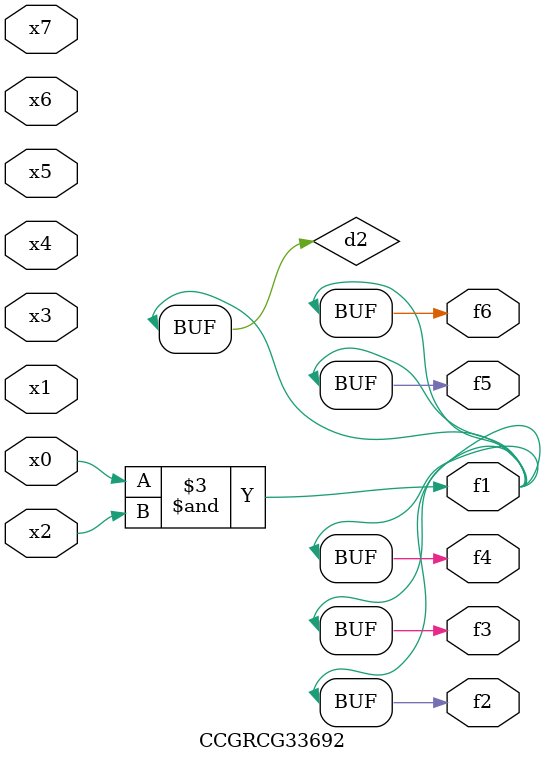
<source format=v>
module CCGRCG33692(
	input x0, x1, x2, x3, x4, x5, x6, x7,
	output f1, f2, f3, f4, f5, f6
);

	wire d1, d2;

	nor (d1, x3, x6);
	and (d2, x0, x2);
	assign f1 = d2;
	assign f2 = d2;
	assign f3 = d2;
	assign f4 = d2;
	assign f5 = d2;
	assign f6 = d2;
endmodule

</source>
